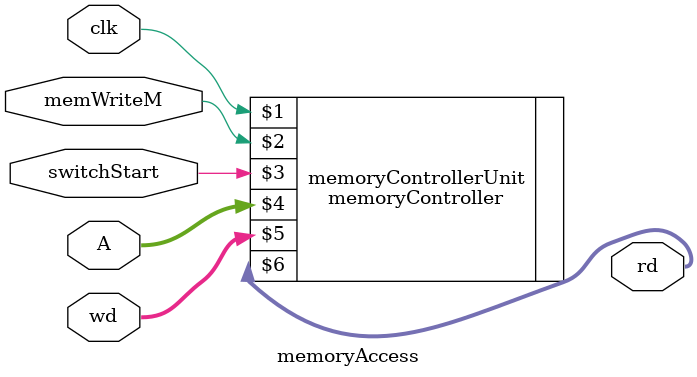
<source format=sv>
module memoryAccess (input logic clk, memWriteM, switchStart,
							  input logic [31:0] A, wd,
							  output logic [31:0] rd);

	

	memoryController memoryControllerUnit (clk, memWriteM, switchStart, 
														A, wd,
														rd);

endmodule 
</source>
